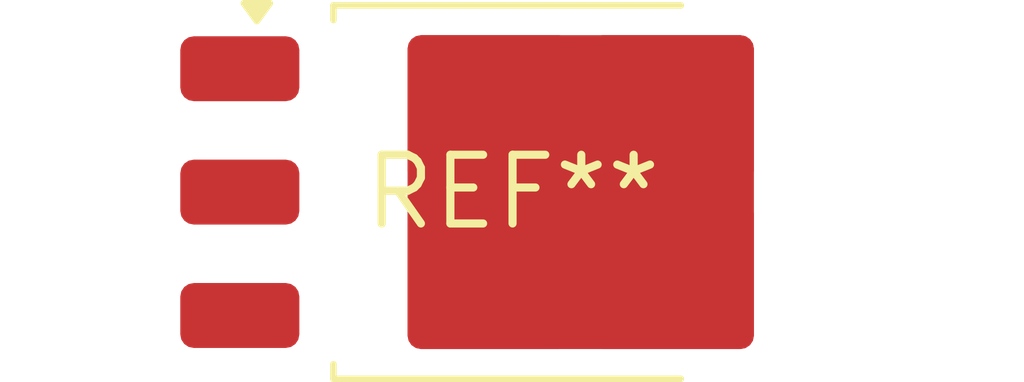
<source format=kicad_pcb>
(kicad_pcb (version 20240108) (generator pcbnew)
  (layers (0 "F.Cu" signal) (31 "B.Cu" signal) (34 "B.Paste" user) (35 "F.Paste" user) (36 "B.SilkS" user "B.Silkscreen") (37 "F.SilkS" user "F.Silkscreen") (38 "B.Mask" user) (39 "F.Mask" user) (44 "Edge.Cuts" user))
  (net 0 "")
  (footprint "TO-252-3_TabPin2" (layer "F.Cu") (at 0 0)
    (property "Reference" "REF**")
    (property "Value" "TO-252-3_TabPin2")
    (fp_line (start -3.31 -3.45) (end -3.31 -3.18) (layer "F.SilkS") (stroke (width 0.12)))
    (fp_line (start -3.31 3.45) (end -3.31 3.18) (layer "F.SilkS") (stroke (width 0.12)))
    (fp_line (start 3.11 -3.45) (end -3.31 -3.45) (layer "F.SilkS") (stroke (width 0.12)))
    (fp_line (start 3.11 3.45) (end -3.31 3.45) (layer "F.SilkS") (stroke (width 0.12)))
    (fp_poly (pts (xy -4.725 -3.16) (xy -4.965 -3.49) (xy -4.485 -3.49) (xy -4.725 -3.16)) (layer "F.SilkS") (stroke (width 0.12)) (fill solid))
    (pad "1" smd roundrect (at -5.04 -2.28) (size 2.2 1.2) (layers "F.Cu" "F.Paste" "F.Mask") (roundrect_rratio 0.208333))
    (pad "2" smd roundrect (at -5.04 0) (size 2.2 1.2) (layers "F.Cu" "F.Paste" "F.Mask") (roundrect_rratio 0.208333))
    (pad "2" smd roundrect (at -0.415 -1.525) (size 3.05 2.75) (layers "F.Cu" "F.Paste") (roundrect_rratio 0.090909))
    (pad "2" smd roundrect (at -0.415 1.525) (size 3.05 2.75) (layers "F.Cu" "F.Paste") (roundrect_rratio 0.090909))
    (pad "2" smd roundrect (at 1.26 0) (size 6.4 5.8) (layers "F.Cu" "F.Mask") (roundrect_rratio 0.043103))
    (pad "2" smd roundrect (at 2.935 -1.525) (size 3.05 2.75) (layers "F.Cu" "F.Paste") (roundrect_rratio 0.090909))
    (pad "2" smd roundrect (at 2.935 1.525) (size 3.05 2.75) (layers "F.Cu" "F.Paste") (roundrect_rratio 0.090909))
    (pad "3" smd roundrect (at -5.04 2.28) (size 2.2 1.2) (layers "F.Cu" "F.Paste" "F.Mask") (roundrect_rratio 0.208333))
  )
)
</source>
